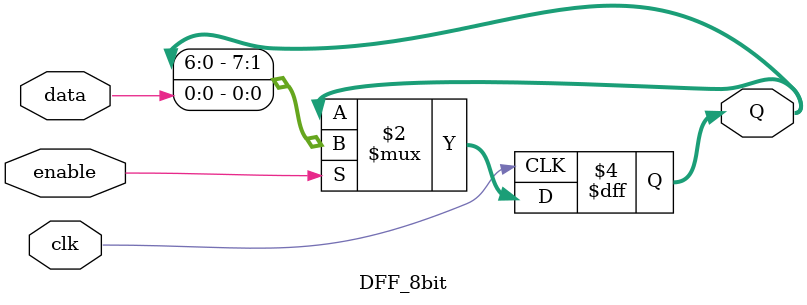
<source format=sv>
module top_module (
	input clk,
	input enable,
	input S,
	input A,
	input B,
	input C,
	output reg Z
);

reg [7:0] Q;
reg [2:0] ABC;
wire [2:0] ABC_wire;
wire [7:0] mux_out;

DFF_8bit DFF_1( .clk(clk), .enable(enable), .data(S), .Q(Q) );

assign ABC_wire = {A, B, C};
assign mux_out = Q[ABC_wire];

assign Z = mux_out;

endmodule
module DFF_8bit (
	input clk,
	input enable,
	input data,
	output reg [7:0] Q
);

always @(posedge clk) begin
	if (enable) begin
		Q <= {Q[6:0], data};
	end
end
        
endmodule

</source>
